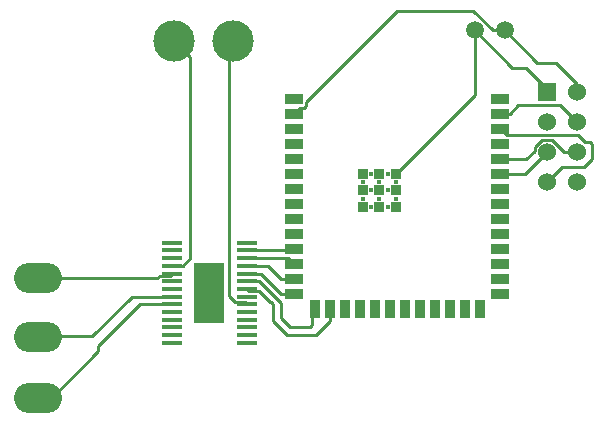
<source format=gtl>
G04 Layer: TopLayer*
G04 EasyEDA Pro v2.2.32.3, 2024-11-28 11:51:39*
G04 Gerber Generator version 0.3*
G04 Scale: 100 percent, Rotated: No, Reflected: No*
G04 Dimensions in millimeters*
G04 Leading zeros omitted, absolute positions, 3 integers and 5 decimals*
%FSLAX35Y35*%
%MOMM*%
%ADD10C,1.5*%
%ADD11R,1.5X0.9*%
%ADD12R,0.9X1.5*%
%ADD13R,1.5X0.9*%
%ADD14R,0.9X0.9*%
%ADD15R,1.524X1.524*%
%ADD16C,1.524*%
%ADD17O,4.064X2.54*%
%ADD18R,2.61998X5.11998*%
%ADD19R,1.8034X0.4064*%
%ADD20C,3.49999*%
%ADD21C,0.4*%
%ADD22C,0.254*%
G75*


G04 Pad Start*
G54D10*
G01X4279913Y-152400D03*
G01X4533913Y-152400D03*
G54D11*
G01X2745054Y-734939D03*
G01X2745054Y-861939D03*
G01X2745054Y-988939D03*
G01X2745054Y-1115939D03*
G01X2745054Y-1242939D03*
G01X2745054Y-1369939D03*
G01X2745054Y-1496939D03*
G01X2745054Y-1623939D03*
G01X2745054Y-1750939D03*
G01X2745054Y-1877939D03*
G01X2745054Y-2004939D03*
G01X2745054Y-2131939D03*
G01X2745054Y-2258939D03*
G01X2745054Y-2385939D03*
G54D12*
G01X2921559Y-2513929D03*
G01X3048559Y-2513929D03*
G01X3175559Y-2513929D03*
G01X3302559Y-2513929D03*
G01X3429559Y-2513929D03*
G01X3556559Y-2513929D03*
G01X3683559Y-2513929D03*
G01X3810559Y-2513929D03*
G01X3937559Y-2513929D03*
G01X4064559Y-2513929D03*
G01X4191559Y-2513929D03*
G01X4318559Y-2510932D03*
G54D13*
G01X4495063Y-2385939D03*
G01X4495063Y-2258939D03*
G01X4495063Y-2131939D03*
G01X4495063Y-2004939D03*
G01X4495063Y-1877939D03*
G01X4495063Y-1750939D03*
G01X4495063Y-1623939D03*
G01X4495063Y-1496939D03*
G01X4495063Y-1369939D03*
G01X4495063Y-1242939D03*
G01X4495063Y-1115939D03*
G01X4495063Y-988939D03*
G01X4495063Y-861939D03*
G01X4495063Y-734939D03*
G54D14*
G01X3470046Y-1506946D03*
G01X3330042Y-1506946D03*
G01X3610051Y-1506946D03*
G01X3610051Y-1366942D03*
G01X3470046Y-1366942D03*
G01X3330042Y-1366942D03*
G01X3330042Y-1646951D03*
G01X3470046Y-1646951D03*
G01X3610051Y-1646951D03*
G54D15*
G01X4889500Y-673100D03*
G54D16*
G01X5143499Y-673100D03*
G01X4889500Y-927099D03*
G01X5143499Y-927099D03*
G01X4889500Y-1181099D03*
G01X5143499Y-1181099D03*
G01X4889500Y-1435098D03*
G01X5143499Y-1435098D03*
G54D17*
G01X584200Y-2247900D03*
G01X584200Y-2747772D03*
G01X584200Y-3263900D03*
G54D18*
G01X2031213Y-2373751D03*
G54D19*
G01X2351202Y-1950841D03*
G01X2351202Y-2015839D03*
G01X2351202Y-2080838D03*
G01X2351202Y-2145836D03*
G01X2351202Y-2210835D03*
G01X2351202Y-2275834D03*
G01X2351202Y-2340832D03*
G01X2351202Y-2405501D03*
G01X2351202Y-2470499D03*
G01X2351202Y-2535498D03*
G01X2351202Y-2600496D03*
G01X2351202Y-2665495D03*
G01X2351202Y-2730494D03*
G01X2351202Y-2795492D03*
G01X1711198Y-2795822D03*
G01X1711198Y-2730824D03*
G01X1711198Y-2665825D03*
G01X1711198Y-2600827D03*
G01X1711198Y-2535828D03*
G01X1711198Y-2470829D03*
G01X1711198Y-2405831D03*
G01X1711198Y-2340832D03*
G01X1711198Y-2275834D03*
G01X1711198Y-2210835D03*
G01X1711198Y-2145836D03*
G01X1711198Y-2080838D03*
G01X1711198Y-2015839D03*
G01X1711198Y-1950841D03*
G54D20*
G01X2231187Y-241300D03*
G01X1731188Y-241300D03*
G04 Pad End*

G04 Via Start*
G54D21*
G01X3470021Y-1436944D03*
G01X3470021Y-1576949D03*
G01X3610026Y-1576949D03*
G01X3610026Y-1436944D03*
G01X3540023Y-1366942D03*
G01X3540023Y-1506946D03*
G01X3540023Y-1646951D03*
G01X3330016Y-1576949D03*
G01X3330016Y-1436944D03*
G01X3400019Y-1366942D03*
G01X3400019Y-1506946D03*
G01X3400019Y-1646951D03*
G04 Via End*

G04 Track Start*
G54D22*
G01X4279913Y-152400D02*
G01X4597413Y-469900D01*
G01X4711700Y-469900D01*
G01X4889500Y-647700D01*
G01X4889500Y-673100D01*
G01X4805861Y-424361D02*
G01X4965700Y-424361D01*
G01X5143499Y-602160D01*
G01X5143499Y-673100D01*
G01X4533913Y-152400D02*
G01X4805861Y-424361D01*
G01X5143499Y-927099D02*
G01X5003800Y-787400D01*
G01X4648200Y-787400D01*
G01X4573661Y-861939D01*
G01X4495063Y-861939D01*
G01X4889500Y-1181099D02*
G01X4700660Y-1369939D01*
G01X4495063Y-1369939D01*
G01X5143499Y-1181099D02*
G01X5036720Y-1181099D01*
G01X4932620Y-1076999D01*
G01X4846380Y-1076999D01*
G01X4785400Y-1137979D01*
G01X4785400Y-1170900D01*
G01X4711700Y-1244600D01*
G01X4496725Y-1244600D01*
G01X4495063Y-1242939D01*
G01X4889500Y-1435098D02*
G01X5016498Y-1308100D01*
G01X5207000Y-1308100D01*
G01X5270500Y-1244600D01*
G01X5270500Y-1117600D01*
G01X5252539Y-1099639D01*
G01X5209260Y-1099639D01*
G01X5151019Y-1041399D01*
G01X4547524Y-1041399D01*
G01X4495063Y-988939D01*
G01X4279913Y-152400D02*
G01X4279913Y-697080D01*
G01X3610051Y-1366942D01*
G01X2351202Y-2015839D02*
G01X2734154Y-2015839D01*
G01X2745054Y-2004939D01*
G01X2351202Y-2080838D02*
G01X2693953Y-2080838D01*
G01X2745054Y-2131939D01*
G01X2351202Y-2145836D02*
G01X2526836Y-2145836D01*
G01X2639939Y-2258939D02*
G01X2745054Y-2258939D01*
G01X2526836Y-2145836D02*
G01X2639939Y-2258939D01*
G01X2351202Y-2210835D02*
G01X2464835Y-2210835D01*
G01X2641600Y-2387600D01*
G01X2743393Y-2387600D01*
G01X2745054Y-2385939D01*
G01X2351202Y-2275834D02*
G01X2453634Y-2275834D01*
G01X2641600Y-2463800D01*
G01X2641600Y-2590800D01*
G01X2711450Y-2660650D01*
G01X2882900Y-2660650D02*
G01X2900861Y-2642689D01*
G01X2900861Y-2534628D01*
G01X2921559Y-2513929D01*
G01X2711450Y-2660650D02*
G01X2882900Y-2660650D01*
G01X2351202Y-2340832D02*
G01X2367650Y-2357281D01*
G01X2452928Y-2357281D01*
G01X2546748Y-2451100D01*
G01X2552700Y-2451100D01*
G01X2570661Y-2469061D01*
G01X2570661Y-2608761D01*
G01X2692400Y-2730500D01*
G01X2933700Y-2730500D01*
G01X3048559Y-2615641D02*
G01X3048559Y-2513929D01*
G01X2933700Y-2730500D02*
G01X3048559Y-2615641D01*
G01X1711198Y-2210835D02*
G01X1694420Y-2227614D01*
G01X1609471Y-2227614D01*
G01X1589185Y-2247900D01*
G01X584200Y-2247900D01*
G01X1711198Y-2405831D02*
G01X1378769Y-2405831D01*
G01X1041400Y-2743200D01*
G01X588772Y-2743200D01*
G01X584200Y-2747772D01*
G01X698500Y-3263900D02*
G01X584200Y-3263900D01*
G01X1711198Y-2470829D02*
G01X1447800Y-2470829D01*
G01X1092200Y-2870200D02*
G01X698500Y-3263900D01*
G01X1092200Y-2826429D02*
G01X1092200Y-2870200D01*
G01X1447800Y-2470829D02*
G01X1092200Y-2826429D01*
G01X2351202Y-2470499D02*
G01X2334423Y-2453721D01*
G01X2249475Y-2453721D01*
G01X2197100Y-2401346D01*
G01X2197100Y-275387D02*
G01X2231187Y-241300D01*
G01X2197100Y-2401346D02*
G01X2197100Y-275387D01*
G01X1711198Y-2145836D02*
G01X1803864Y-2145836D01*
G01X1866900Y-2082800D01*
G01X1866900Y-377012D01*
G01X1731188Y-241300D01*
G01X4533913Y-152400D02*
G01X4432300Y-152400D01*
G01X4267200Y12700D01*
G01X3619693Y12700D01*
G01X2847954Y-759039D01*
G01X2847954Y-791495D01*
G01X2831611Y-807839D01*
G01X2799154Y-807839D01*
G01X2745054Y-861939D01*
G04 Track End*

M02*


</source>
